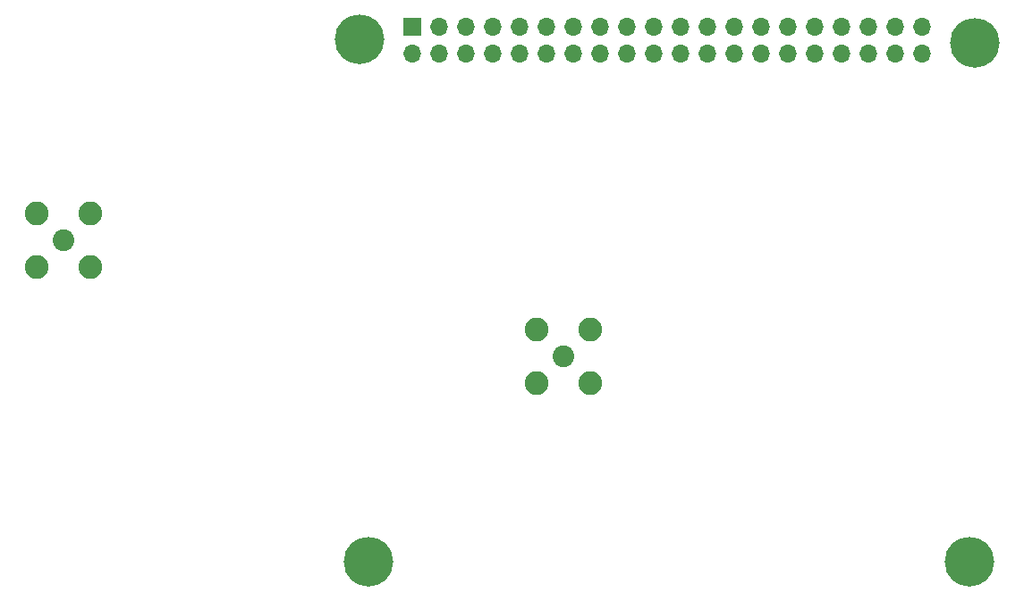
<source format=gbs>
%TF.GenerationSoftware,KiCad,Pcbnew,7.0.8*%
%TF.CreationDate,2024-02-17T17:20:01-08:00*%
%TF.ProjectId,Groundstation_Hat,47726f75-6e64-4737-9461-74696f6e5f48,rev?*%
%TF.SameCoordinates,Original*%
%TF.FileFunction,Soldermask,Bot*%
%TF.FilePolarity,Negative*%
%FSLAX46Y46*%
G04 Gerber Fmt 4.6, Leading zero omitted, Abs format (unit mm)*
G04 Created by KiCad (PCBNEW 7.0.8) date 2024-02-17 17:20:01*
%MOMM*%
%LPD*%
G01*
G04 APERTURE LIST*
%ADD10R,1.700000X1.700000*%
%ADD11O,1.700000X1.700000*%
%ADD12C,2.050000*%
%ADD13C,2.250000*%
%ADD14C,4.700000*%
G04 APERTURE END LIST*
D10*
X173150000Y-78950000D03*
D11*
X173150000Y-81490000D03*
X175690000Y-78950000D03*
X175690000Y-81490000D03*
X178230000Y-78950000D03*
X178230000Y-81490000D03*
X180770000Y-78950000D03*
X180770000Y-81490000D03*
X183310000Y-78950000D03*
X183310000Y-81490000D03*
X185850000Y-78950000D03*
X185850000Y-81490000D03*
X188390000Y-78950000D03*
X188390000Y-81490000D03*
X190930000Y-78950000D03*
X190930000Y-81490000D03*
X193470000Y-78950000D03*
X193470000Y-81490000D03*
X196010000Y-78950000D03*
X196010000Y-81490000D03*
X198550000Y-78950000D03*
X198550000Y-81490000D03*
X201090000Y-78950000D03*
X201090000Y-81490000D03*
X203630000Y-78950000D03*
X203630000Y-81490000D03*
X206170000Y-78950000D03*
X206170000Y-81490000D03*
X208710000Y-78950000D03*
X208710000Y-81490000D03*
X211250000Y-78950000D03*
X211250000Y-81490000D03*
X213790000Y-78950000D03*
X213790000Y-81490000D03*
X216330000Y-78950000D03*
X216330000Y-81490000D03*
X218870000Y-78950000D03*
X218870000Y-81490000D03*
X221410000Y-78950000D03*
X221410000Y-81490000D03*
D12*
X140110000Y-99180000D03*
D13*
X142650000Y-101720000D03*
X142650000Y-96640000D03*
X137570000Y-101720000D03*
X137570000Y-96640000D03*
D14*
X225900000Y-129650000D03*
X226450000Y-80450000D03*
D12*
X187450000Y-110150000D03*
D13*
X189990000Y-112690000D03*
X189990000Y-107610000D03*
X184910000Y-112690000D03*
X184910000Y-107610000D03*
D14*
X169050000Y-129650000D03*
X168200000Y-80100000D03*
M02*

</source>
